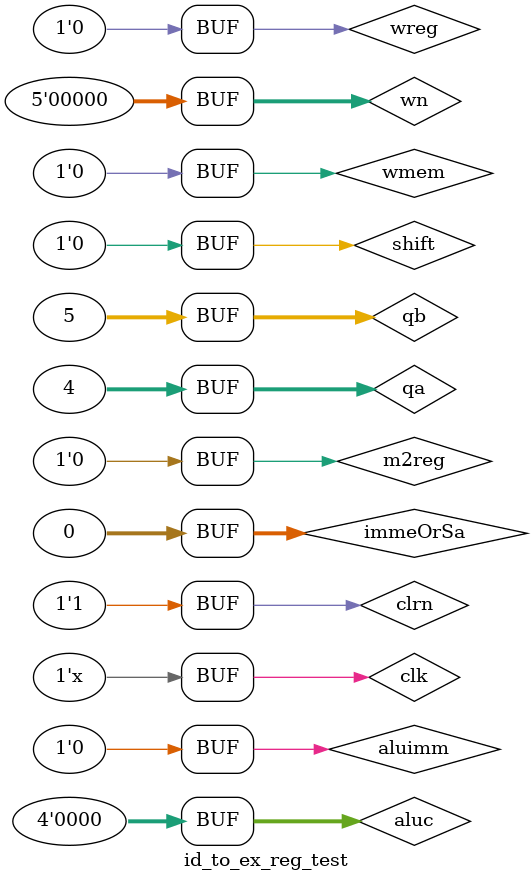
<source format=v>
`timescale 1ns / 1ps


module id_to_ex_reg_test;

	// Inputs
	reg wreg;
	reg m2reg;
	reg wmem;
	reg [3:0] aluc;
	reg shift;
	reg aluimm;
	reg [4:0] wn;
	reg [31:0] qa;
	reg [31:0] qb;
	reg [31:0] immeOrSa;
	reg clk;
	reg clrn;

	// Outputs
	wire EXwreg;
	wire EXm2reg;
	wire EXwmem;
	wire [3:0] EXaluc;
	wire EXshift;
	wire EXaluimm;
	wire [4:0] EXwn;
	wire [31:0] EXqa;
	wire [31:0] EXqb;
	wire [31:0] EXimmeOrSa;

	// Instantiate the Unit Under Test (UUT)
	ID_EX_reg uut (
		.wreg(wreg), 
		.m2reg(m2reg), 
		.wmem(wmem), 
		.aluc(aluc), 
		.shift(shift), 
		.aluimm(aluimm), 
		.wn(wn), 
		.qa(qa), 
		.qb(qb), 
		.immeOrSa(immeOrSa), 
		.clk(clk), 
		.clrn(clrn), 
		.EXwreg(EXwreg), 
		.EXm2reg(EXm2reg), 
		.EXwmem(EXwmem), 
		.EXaluc(EXaluc), 
		.EXshift(EXshift), 
		.EXaluimm(EXaluimm), 
		.EXwn(EXwn), 
		.EXqa(EXqa), 
		.EXqb(EXqb), 
		.EXimmeOrSa(EXimmeOrSa)
	);
	
	always #50 clk = ~clk;

	initial begin
		// Initialize Inputs
		wreg = 0;
		m2reg = 0;
		wmem = 0;
		aluc = 0;
		shift = 0;
		aluimm = 0;
		wn = 0;
		qa = 0;
		qb = 0;
		immeOrSa = 0;
		clk = 1;
		clrn = 0;

		// Wait 100 ns for global reset to finish
		#50;
		clrn = 1;
		
		#50;
		qa = 32'h00000002;
		qb = 32'h00000003;
		#100;
		qa = 32'h00000004;
		qb = 32'h00000005;
        
		// Add stimulus here

	end
      
endmodule


</source>
